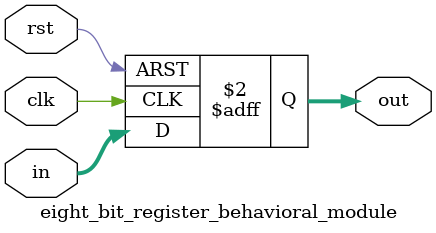
<source format=v>
module eight_bit_register_behavioral_module(
    input  wire [7:0] in,  // Input data
    input  wire       clk, // Clock
    input  wire       rst, // Reset
    output reg  [7:0] out  // Output data
);
    always @(posedge clk or posedge rst) begin
        if (rst)
            out <= 8'b0;   // Clear register on reset
        else
            out <= in;     // Pass input to output
    end
endmodule


</source>
